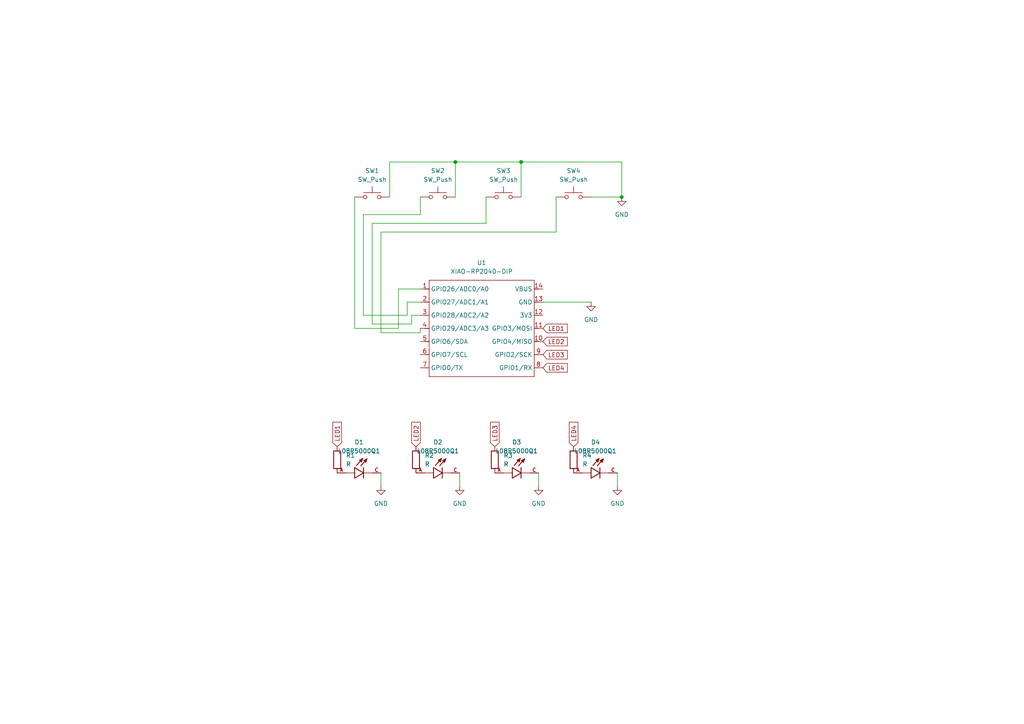
<source format=kicad_sch>
(kicad_sch (version 20250114) (generator "eeschema") (generator_version "9.0")
  (paper "A4")
  (lib_symbols
    (symbol "Device:R" (pin_numbers (hide yes)) (pin_names (offset 0))
      (property "Reference" "R" (at 2.032 0 90))
      (property "Value" "R" (at 0 0 90))
      (symbol "R_0_1"
        (rectangle (start -1.016 -2.54) (end 1.016 2.54) (stroke (width 0.254)))
      )
      (symbol "R_1_1"
        (pin passive line (at 0 3.81 270) (length 1.27) (name "~") (number "1"))
        (pin passive line (at 0 -3.81 90) (length 1.27) (name "~") (number "2"))
      )
    )
    (symbol "L08R5000Q1:L08R5000Q1" (pin_names (offset 1.016))
      (property "Reference" "D" (at -3.0988 4.4958 0))
      (property "Value" "L08R5000Q1" (at -3.556 -3.302 0))
      (symbol "L08R5000Q1_0_0"
        (polyline (pts (xy -2.54 1.524) (xy -2.54 0)) (stroke (width 0.254)))
        (polyline (pts (xy -2.54 0) (xy -5.08 0)) (stroke (width 0.1524)))
        (polyline (pts (xy -2.54 0) (xy -2.54 -1.524)) (stroke (width 0.254)))
        (polyline (pts (xy -2.54 -1.524) (xy 0 0)) (stroke (width 0.254)))
        (polyline (pts (xy -1.1176 3.683) (xy -0.2286 4.1656)) (stroke (width 0.254)))
        (polyline (pts (xy -0.9398 3.6068) (xy -0.7112 3.7592)) (stroke (width 0.254)))
        (polyline (pts (xy -0.5588 3.2004) (xy -1.1176 3.683)) (stroke (width 0.254)))
        (polyline (pts (xy -0.5588 3.2004) (xy -0.5334 3.937)) (stroke (width 0.254)))
        (polyline (pts (xy -0.5334 3.937) (xy -0.6604 3.937)) (stroke (width 0.254)))
        (polyline (pts (xy -0.2286 4.1656) (xy -2.0066 2.1336)) (stroke (width 0.254)))
        (polyline (pts (xy -0.2286 4.1656) (xy -0.5588 3.2004)) (stroke (width 0.254)))
        (polyline (pts (xy 0 1.524) (xy 0 0)) (stroke (width 0.254)))
        (polyline (pts (xy 0 0) (xy -2.54 1.524)) (stroke (width 0.254)))
        (polyline (pts (xy 0 0) (xy 0 -1.524)) (stroke (width 0.254)))
        (polyline (pts (xy 0.127 3.5814) (xy 1.016 4.064)) (stroke (width 0.254)))
        (polyline (pts (xy 0.3048 3.5052) (xy 0.5334 3.6576)) (stroke (width 0.254)))
        (polyline (pts (xy 0.6858 3.0988) (xy 0.127 3.5814)) (stroke (width 0.254)))
        (polyline (pts (xy 0.6858 3.0988) (xy 0.7112 3.8354)) (stroke (width 0.254)))
        (polyline (pts (xy 0.7112 3.8354) (xy 0.5842 3.8354)) (stroke (width 0.254)))
        (polyline (pts (xy 1.016 4.064) (xy -0.762 2.032)) (stroke (width 0.254)))
        (polyline (pts (xy 1.016 4.064) (xy 0.6858 3.0988)) (stroke (width 0.254)))
        (polyline (pts (xy 2.54 0) (xy 0 0)) (stroke (width 0.1524)))
        (pin passive line (at -7.62 0 0) (length 2.54) (name "~") (number "A"))
        (pin passive line (at 5.08 0 180) (length 2.54) (name "~") (number "C"))
      )
    )
    (symbol "Seeed_Studio_XIAO_Series:XIAO-RP2040-DIP"
      (property "Reference" "U" (at 0 0 0))
      (property "Value" "XIAO-RP2040-DIP" (at 5.334 -1.778 0))
      (symbol "XIAO-RP2040-DIP_1_0"
        (polyline (pts (xy -1.27 -2.54) (xy 29.21 -2.54)) (stroke (width 0.1524)))
        (polyline (pts (xy -1.27 -5.08) (xy -2.54 -5.08)) (stroke (width 0.1524)))
        (polyline (pts (xy -1.27 -5.08) (xy -1.27 -2.54)) (stroke (width 0.1524)))
        (polyline (pts (xy -1.27 -8.89) (xy -2.54 -8.89)) (stroke (width 0.1524)))
        (polyline (pts (xy -1.27 -8.89) (xy -1.27 -5.08)) (stroke (width 0.1524)))
        (polyline (pts (xy -1.27 -12.7) (xy -2.54 -12.7)) (stroke (width 0.1524)))
        (polyline (pts (xy -1.27 -12.7) (xy -1.27 -8.89)) (stroke (width 0.1524)))
        (polyline (pts (xy -1.27 -16.51) (xy -2.54 -16.51)) (stroke (width 0.1524)))
        (polyline (pts (xy -1.27 -16.51) (xy -1.27 -12.7)) (stroke (width 0.1524)))
        (polyline (pts (xy -1.27 -20.32) (xy -2.54 -20.32)) (stroke (width 0.1524)))
        (polyline (pts (xy -1.27 -24.13) (xy -2.54 -24.13)) (stroke (width 0.1524)))
        (polyline (pts (xy -1.27 -27.94) (xy -2.54 -27.94)) (stroke (width 0.1524)))
        (polyline (pts (xy -1.27 -30.48) (xy -1.27 -16.51)) (stroke (width 0.1524)))
        (polyline (pts (xy 29.21 -2.54) (xy 29.21 -5.08)) (stroke (width 0.1524)))
        (polyline (pts (xy 29.21 -5.08) (xy 29.21 -8.89)) (stroke (width 0.1524)))
        (polyline (pts (xy 29.21 -8.89) (xy 29.21 -12.7)) (stroke (width 0.1524)))
        (polyline (pts (xy 29.21 -12.7) (xy 29.21 -30.48)) (stroke (width 0.1524)))
        (polyline (pts (xy 29.21 -30.48) (xy -1.27 -30.48)) (stroke (width 0.1524)))
        (polyline (pts (xy 30.48 -5.08) (xy 29.21 -5.08)) (stroke (width 0.1524)))
        (polyline (pts (xy 30.48 -8.89) (xy 29.21 -8.89)) (stroke (width 0.1524)))
        (polyline (pts (xy 30.48 -12.7) (xy 29.21 -12.7)) (stroke (width 0.1524)))
        (polyline (pts (xy 30.48 -16.51) (xy 29.21 -16.51)) (stroke (width 0.1524)))
        (polyline (pts (xy 30.48 -20.32) (xy 29.21 -20.32)) (stroke (width 0.1524)))
        (polyline (pts (xy 30.48 -24.13) (xy 29.21 -24.13)) (stroke (width 0.1524)))
        (polyline (pts (xy 30.48 -27.94) (xy 29.21 -27.94)) (stroke (width 0.1524)))
        (pin passive line (at -3.81 -5.08 0) (length 2.54) (name "GPIO26/ADC0/A0") (number "1"))
        (pin passive line (at -3.81 -8.89 0) (length 2.54) (name "GPIO27/ADC1/A1") (number "2"))
        (pin passive line (at -3.81 -12.7 0) (length 2.54) (name "GPIO28/ADC2/A2") (number "3"))
        (pin passive line (at -3.81 -16.51 0) (length 2.54) (name "GPIO29/ADC3/A3") (number "4"))
        (pin passive line (at -3.81 -20.32 0) (length 2.54) (name "GPIO6/SDA") (number "5"))
        (pin passive line (at -3.81 -24.13 0) (length 2.54) (name "GPIO7/SCL") (number "6"))
        (pin passive line (at -3.81 -27.94 0) (length 2.54) (name "GPIO0/TX") (number "7"))
        (pin passive line (at 31.75 -5.08 180) (length 2.54) (name "VBUS") (number "14"))
        (pin passive line (at 31.75 -8.89 180) (length 2.54) (name "GND") (number "13"))
        (pin passive line (at 31.75 -12.7 180) (length 2.54) (name "3V3") (number "12"))
        (pin passive line (at 31.75 -16.51 180) (length 2.54) (name "GPIO3/MOSI") (number "11"))
        (pin passive line (at 31.75 -20.32 180) (length 2.54) (name "GPIO4/MISO") (number "10"))
        (pin passive line (at 31.75 -24.13 180) (length 2.54) (name "GPIO2/SCK") (number "9"))
        (pin passive line (at 31.75 -27.94 180) (length 2.54) (name "GPIO1/RX") (number "8"))
      )
    )
    (symbol "Switch:SW_Push" (pin_numbers (hide yes)) (pin_names (offset 1.016) (hide yes))
      (property "Reference" "SW" (at 1.27 2.54 0))
      (property "Value" "SW_Push" (at 0 -1.524 0))
      (symbol "SW_Push_0_1"
        (circle (center -2.032 0) (radius 0.508))
        (polyline (pts (xy 0 1.27) (xy 0 3.048)))
        (circle (center 2.032 0) (radius 0.508))
        (polyline (pts (xy 2.54 1.27) (xy -2.54 1.27)))
        (pin passive line (at -5.08 0 0) (length 2.54) (name "1") (number "1"))
        (pin passive line (at 5.08 0 180) (length 2.54) (name "2") (number "2"))
      )
    )
    (symbol "power:GND" (power) (pin_numbers (hide yes)) (pin_names (offset 0) (hide yes))
      (property "Value" "GND" (at 0 -3.81 0))
      (symbol "GND_0_1"
        (polyline (pts (xy 0 0) (xy 0 -1.27) (xy 1.27 -1.27) (xy 0 -2.54) (xy -1.27 -1.27) (xy 0 -1.27)))
      )
      (symbol "GND_1_1"
        (pin power_in line (at 0 0 270) (length 0) (name "~") (number "1"))
      )
    )
  )
  (junction (at 151.13 46.99))
  (junction (at 180.34 57.15))
  (junction (at 132.08 46.99))
  (wire (pts (xy 179.07 137.16) (xy 179.07 140.97)))
  (wire (pts (xy 102.87 95.25) (xy 115.57 95.25)))
  (wire (pts (xy 161.29 57.15) (xy 161.29 67.31)))
  (wire (pts (xy 121.92 96.52) (xy 121.92 95.25)))
  (wire (pts (xy 110.49 137.16) (xy 110.49 140.97)))
  (wire (pts (xy 110.49 96.52) (xy 121.92 96.52)))
  (wire (pts (xy 132.08 46.99) (xy 113.03 46.99)))
  (wire (pts (xy 105.41 62.23) (xy 121.92 62.23)))
  (wire (pts (xy 121.92 62.23) (xy 121.92 57.15)))
  (wire (pts (xy 118.11 87.63) (xy 121.92 87.63)))
  (wire (pts (xy 105.41 91.44) (xy 105.41 62.23)))
  (wire (pts (xy 180.34 57.15) (xy 180.34 46.99)))
  (wire (pts (xy 115.57 83.82) (xy 121.92 83.82)))
  (wire (pts (xy 110.49 67.31) (xy 110.49 96.52)))
  (wire (pts (xy 132.08 46.99) (xy 132.08 57.15)))
  (wire (pts (xy 151.13 46.99) (xy 151.13 57.15)))
  (wire (pts (xy 102.87 95.25) (xy 102.87 57.15)))
  (wire (pts (xy 156.21 137.16) (xy 156.21 140.97)))
  (wire (pts (xy 140.97 64.77) (xy 140.97 57.15)))
  (wire (pts (xy 180.34 46.99) (xy 151.13 46.99)))
  (wire (pts (xy 151.13 46.99) (xy 132.08 46.99)))
  (wire (pts (xy 119.38 93.98) (xy 119.38 91.44)))
  (wire (pts (xy 133.35 137.16) (xy 133.35 140.97)))
  (wire (pts (xy 107.95 93.98) (xy 119.38 93.98)))
  (wire (pts (xy 119.38 91.44) (xy 121.92 91.44)))
  (wire (pts (xy 107.95 64.77) (xy 107.95 93.98)))
  (wire (pts (xy 118.11 91.44) (xy 118.11 87.63)))
  (wire (pts (xy 157.48 87.63) (xy 171.45 87.63)))
  (wire (pts (xy 113.03 46.99) (xy 113.03 57.15)))
  (wire (pts (xy 110.49 67.31) (xy 161.29 67.31)))
  (wire (pts (xy 171.45 57.15) (xy 180.34 57.15)))
  (wire (pts (xy 115.57 95.25) (xy 115.57 83.82)))
  (wire (pts (xy 107.95 64.77) (xy 140.97 64.77)))
  (wire (pts (xy 105.41 91.44) (xy 118.11 91.44)))
  (global_label "LED2" (shape input) (at 157.48 99.06 0) (property "Intersheetrefs" "${INTERSHEET_REFS}" (effects (hide yes))))
  (global_label "LED4" (shape input) (at 157.48 106.68 0) (property "Intersheetrefs" "${INTERSHEET_REFS}" (effects (hide yes))))
  (global_label "LED3" (shape input) (at 143.51 129.54 90) (property "Intersheetrefs" "${INTERSHEET_REFS}" (effects (hide yes))))
  (global_label "LED3" (shape input) (at 157.48 102.87 0) (property "Intersheetrefs" "${INTERSHEET_REFS}" (effects (hide yes))))
  (global_label "LED1" (shape input) (at 157.48 95.25 0) (property "Intersheetrefs" "${INTERSHEET_REFS}" (effects (hide yes))))
  (global_label "LED2" (shape input) (at 120.65 129.54 90) (property "Intersheetrefs" "${INTERSHEET_REFS}" (effects (hide yes))))
  (global_label "LED1" (shape input) (at 97.79 129.54 90) (property "Intersheetrefs" "${INTERSHEET_REFS}" (effects (hide yes))))
  (global_label "LED4" (shape input) (at 166.37 129.54 90) (property "Intersheetrefs" "${INTERSHEET_REFS}" (effects (hide yes))))
  (symbol (lib_id "L08R5000Q1:L08R5000Q1") (at 128.27 137.16 0) (unit 1)
    (property "Reference" "D2" (at 127 128.27 0))
    (property "Value" "L08R5000Q1" (at 127 130.81 0))
    (property "Footprint" "L08R5000Q1:LEDRD254W57D500H1070" (effects (hide yes)))
    (property "MF" "LED Technology" (effects (hide yes)))
    (property "MAXIMUM_PACKAGE_HEIGHT" "10.7mm" (effects (hide yes)))
    (property "Package" "None" (effects (hide yes)))
    (property "Price" "None" (effects (hide yes)))
    (property "Check_prices" "https://www.snapeda.com/parts/L08R5000Q1/LED+Technology/view-part/?ref=eda" (effects (hide yes)))
    (property "STANDARD" "IPC-7351B" (effects (hide yes)))
    (property "PARTREV" "NA" (effects (hide yes)))
    (property "SnapEDA_Link" "https://www.snapeda.com/parts/L08R5000Q1/LED+Technology/view-part/?ref=snap" (effects (hide yes)))
    (property "MP" "L08R5000Q1" (effects (hide yes)))
    (property "Description_1" "LED, 5MM, ORANGE; LED / Lamp Size: 5mm / T-1 3/4; LED Colour: Orange; Typ Luminous Intensity: 4.3mcd; Viewing Angle: ..." (effects (hide yes)))
    (property "Availability" "Not in stock" (effects (hide yes)))
    (property "MANUFACTURER" "LED TECHNOLOGY" (effects (hide yes)))
  )
  (symbol (lib_id "Seeed_Studio_XIAO_Series:XIAO-RP2040-DIP") (at 125.73 78.74 0) (unit 1)
    (property "Reference" "U1" (at 139.7 76.2 0))
    (property "Value" "XIAO-RP2040-DIP" (at 139.7 78.74 0))
    (property "Footprint" "XIAO_PCB:XIAO-RP2040-DIP" (effects (hide yes)))
  )
  (symbol (lib_id "power:GND") (at 180.34 57.15 0) (unit 1)
    (property "Reference" "#PWR06" (effects (hide yes)))
    (property "Value" "GND" (at 180.34 62.23 0))
    (property "Description" "Power symbol creates a global label with name \"GND\" , ground" (effects (hide yes)))
  )
  (symbol (lib_id "Device:R") (at 166.37 133.35 0) (unit 1)
    (property "Reference" "R4" (at 168.91 132.0799 0) (effects (justify left)))
    (property "Value" "R" (at 168.91 134.6199 0) (effects (justify left)))
    (property "Footprint" "Resistor_THT:R_Axial_DIN0204_L3.6mm_D1.6mm_P5.08mm_Horizontal" (effects (hide yes)))
    (property "Description" "Resistor" (effects (hide yes)))
  )
  (symbol (lib_id "Device:R") (at 97.79 133.35 0) (unit 1)
    (property "Reference" "R1" (at 100.33 132.0799 0) (effects (justify left)))
    (property "Value" "R" (at 100.33 134.6199 0) (effects (justify left)))
    (property "Footprint" "Resistor_THT:R_Axial_DIN0204_L3.6mm_D1.6mm_P5.08mm_Horizontal" (effects (hide yes)))
    (property "Description" "Resistor" (effects (hide yes)))
  )
  (symbol (lib_id "L08R5000Q1:L08R5000Q1") (at 151.13 137.16 0) (unit 1)
    (property "Reference" "D3" (at 149.86 128.27 0))
    (property "Value" "L08R5000Q1" (at 149.86 130.81 0))
    (property "Footprint" "L08R5000Q1:LEDRD254W57D500H1070" (effects (hide yes)))
    (property "MF" "LED Technology" (effects (hide yes)))
    (property "MAXIMUM_PACKAGE_HEIGHT" "10.7mm" (effects (hide yes)))
    (property "Package" "None" (effects (hide yes)))
    (property "Price" "None" (effects (hide yes)))
    (property "Check_prices" "https://www.snapeda.com/parts/L08R5000Q1/LED+Technology/view-part/?ref=eda" (effects (hide yes)))
    (property "STANDARD" "IPC-7351B" (effects (hide yes)))
    (property "PARTREV" "NA" (effects (hide yes)))
    (property "SnapEDA_Link" "https://www.snapeda.com/parts/L08R5000Q1/LED+Technology/view-part/?ref=snap" (effects (hide yes)))
    (property "MP" "L08R5000Q1" (effects (hide yes)))
    (property "Description_1" "LED, 5MM, ORANGE; LED / Lamp Size: 5mm / T-1 3/4; LED Colour: Orange; Typ Luminous Intensity: 4.3mcd; Viewing Angle: ..." (effects (hide yes)))
    (property "Availability" "Not in stock" (effects (hide yes)))
    (property "MANUFACTURER" "LED TECHNOLOGY" (effects (hide yes)))
  )
  (symbol (lib_id "L08R5000Q1:L08R5000Q1") (at 105.41 137.16 0) (unit 1)
    (property "Reference" "D1" (at 104.14 128.27 0))
    (property "Value" "L08R5000Q1" (at 104.14 130.81 0))
    (property "Footprint" "L08R5000Q1:LEDRD254W57D500H1070" (effects (hide yes)))
    (property "MF" "LED Technology" (effects (hide yes)))
    (property "MAXIMUM_PACKAGE_HEIGHT" "10.7mm" (effects (hide yes)))
    (property "Package" "None" (effects (hide yes)))
    (property "Price" "None" (effects (hide yes)))
    (property "Check_prices" "https://www.snapeda.com/parts/L08R5000Q1/LED+Technology/view-part/?ref=eda" (effects (hide yes)))
    (property "STANDARD" "IPC-7351B" (effects (hide yes)))
    (property "PARTREV" "NA" (effects (hide yes)))
    (property "SnapEDA_Link" "https://www.snapeda.com/parts/L08R5000Q1/LED+Technology/view-part/?ref=snap" (effects (hide yes)))
    (property "MP" "L08R5000Q1" (effects (hide yes)))
    (property "Description_1" "LED, 5MM, ORANGE; LED / Lamp Size: 5mm / T-1 3/4; LED Colour: Orange; Typ Luminous Intensity: 4.3mcd; Viewing Angle: ..." (effects (hide yes)))
    (property "Availability" "Not in stock" (effects (hide yes)))
    (property "MANUFACTURER" "LED TECHNOLOGY" (effects (hide yes)))
  )
  (symbol (lib_id "L08R5000Q1:L08R5000Q1") (at 173.99 137.16 0) (unit 1)
    (property "Reference" "D4" (at 172.72 128.27 0))
    (property "Value" "L08R5000Q1" (at 172.72 130.81 0))
    (property "Footprint" "L08R5000Q1:LEDRD254W57D500H1070" (effects (hide yes)))
    (property "MF" "LED Technology" (effects (hide yes)))
    (property "MAXIMUM_PACKAGE_HEIGHT" "10.7mm" (effects (hide yes)))
    (property "Package" "None" (effects (hide yes)))
    (property "Price" "None" (effects (hide yes)))
    (property "Check_prices" "https://www.snapeda.com/parts/L08R5000Q1/LED+Technology/view-part/?ref=eda" (effects (hide yes)))
    (property "STANDARD" "IPC-7351B" (effects (hide yes)))
    (property "PARTREV" "NA" (effects (hide yes)))
    (property "SnapEDA_Link" "https://www.snapeda.com/parts/L08R5000Q1/LED+Technology/view-part/?ref=snap" (effects (hide yes)))
    (property "MP" "L08R5000Q1" (effects (hide yes)))
    (property "Description_1" "LED, 5MM, ORANGE; LED / Lamp Size: 5mm / T-1 3/4; LED Colour: Orange; Typ Luminous Intensity: 4.3mcd; Viewing Angle: ..." (effects (hide yes)))
    (property "Availability" "Not in stock" (effects (hide yes)))
    (property "MANUFACTURER" "LED TECHNOLOGY" (effects (hide yes)))
  )
  (symbol (lib_id "power:GND") (at 179.07 140.97 0) (unit 1)
    (property "Reference" "#PWR01" (effects (hide yes)))
    (property "Value" "GND" (at 179.07 146.05 0))
    (property "Description" "Power symbol creates a global label with name \"GND\" , ground" (effects (hide yes)))
  )
  (symbol (lib_id "Device:R") (at 120.65 133.35 0) (unit 1)
    (property "Reference" "R2" (at 123.19 132.0799 0) (effects (justify left)))
    (property "Value" "R" (at 123.19 134.6199 0) (effects (justify left)))
    (property "Footprint" "Resistor_THT:R_Axial_DIN0204_L3.6mm_D1.6mm_P5.08mm_Horizontal" (effects (hide yes)))
    (property "Description" "Resistor" (effects (hide yes)))
  )
  (symbol (lib_id "power:GND") (at 133.35 140.97 0) (unit 1)
    (property "Reference" "#PWR03" (effects (hide yes)))
    (property "Value" "GND" (at 133.35 146.05 0))
    (property "Description" "Power symbol creates a global label with name \"GND\" , ground" (effects (hide yes)))
  )
  (symbol (lib_id "Switch:SW_Push") (at 166.37 57.15 0) (unit 1)
    (property "Reference" "SW4" (at 166.37 49.53 0))
    (property "Value" "SW_Push" (at 166.37 52.07 0))
    (property "Footprint" "Button_Switch_Keyboard:SW_Cherry_MX_1.00u_PCB" (effects (hide yes)))
    (property "Description" "Push button switch, generic, two pins" (effects (hide yes)))
  )
  (symbol (lib_id "Device:R") (at 143.51 133.35 0) (unit 1)
    (property "Reference" "R3" (at 146.05 132.0799 0) (effects (justify left)))
    (property "Value" "R" (at 146.05 134.6199 0) (effects (justify left)))
    (property "Footprint" "Resistor_THT:R_Axial_DIN0204_L3.6mm_D1.6mm_P5.08mm_Horizontal" (effects (hide yes)))
    (property "Description" "Resistor" (effects (hide yes)))
  )
  (symbol (lib_id "power:GND") (at 171.45 87.63 0) (unit 1)
    (property "Reference" "#PWR05" (effects (hide yes)))
    (property "Value" "GND" (at 171.45 92.71 0))
    (property "Description" "Power symbol creates a global label with name \"GND\" , ground" (effects (hide yes)))
  )
  (symbol (lib_id "Switch:SW_Push") (at 127 57.15 0) (unit 1)
    (property "Reference" "SW2" (at 127 49.53 0))
    (property "Value" "SW_Push" (at 127 52.07 0))
    (property "Footprint" "Button_Switch_Keyboard:SW_Cherry_MX_1.00u_PCB" (effects (hide yes)))
    (property "Description" "Push button switch, generic, two pins" (effects (hide yes)))
  )
  (symbol (lib_id "power:GND") (at 156.21 140.97 0) (unit 1)
    (property "Reference" "#PWR02" (effects (hide yes)))
    (property "Value" "GND" (at 156.21 146.05 0))
    (property "Description" "Power symbol creates a global label with name \"GND\" , ground" (effects (hide yes)))
  )
  (symbol (lib_id "power:GND") (at 110.49 140.97 0) (unit 1)
    (property "Reference" "#PWR04" (effects (hide yes)))
    (property "Value" "GND" (at 110.49 146.05 0))
    (property "Description" "Power symbol creates a global label with name \"GND\" , ground" (effects (hide yes)))
  )
  (symbol (lib_id "Switch:SW_Push") (at 107.95 57.15 0) (unit 1)
    (property "Reference" "SW1" (at 107.95 49.53 0))
    (property "Value" "SW_Push" (at 107.95 52.07 0))
    (property "Footprint" "Button_Switch_Keyboard:SW_Cherry_MX_1.00u_PCB" (effects (hide yes)))
    (property "Description" "Push button switch, generic, two pins" (effects (hide yes)))
  )
  (symbol (lib_id "Switch:SW_Push") (at 146.05 57.15 0) (unit 1)
    (property "Reference" "SW3" (at 146.05 49.53 0))
    (property "Value" "SW_Push" (at 146.05 52.07 0))
    (property "Footprint" "Button_Switch_Keyboard:SW_Cherry_MX_1.00u_PCB" (effects (hide yes)))
    (property "Description" "Push button switch, generic, two pins" (effects (hide yes)))
  )
)
</source>
